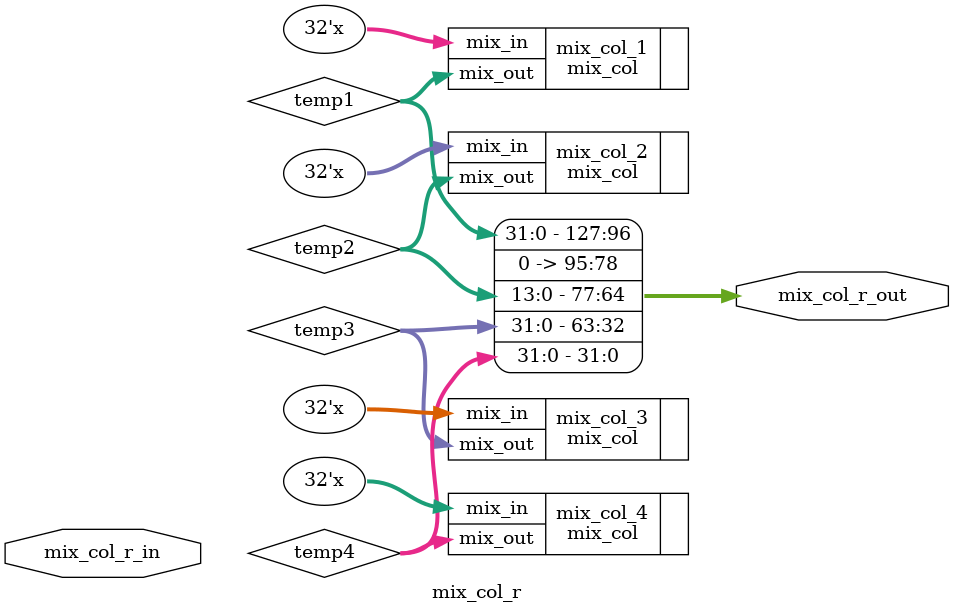
<source format=v>
`timescale 1ns / 1ps
module mix_col_r(
    input [127:0] mix_col_r_in,
	output reg [127:0] mix_col_r_out
    );
	 
	 wire [31:0]temp1;
	 wire [13:0]temp2;
	 wire [31:0]temp3;
	 wire [31:0]temp4;

mix_col mix_col_1(
	.mix_in(mix_four_in[127:96]),
	.mix_out(temp1)
	);
	
mix_col mix_col_2(
	.mix_in(mix_four_in[95:64]),
	.mix_out(temp2)
	);

mix_col mix_col_3(
	.mix_in(mix_four_in[63:32]),
	.mix_out(temp3)
	);

mix_col mix_col_4(
	.mix_in(mix_four_in[31:0]),
	.mix_out(temp4)
	);

assign mix_col_r_out[127:96] = temp1;
assign mix_col_r_out[95:64] = temp2;
assign mix_col_r_out[63:32] = temp3;
assign mix_col_r_out[31:0] = temp4;

	
/*	always@(temp1)
begin
 mix_four_out[31:24] = temp1;
end

always@(temp2)
begin
mix_four_out[23:16] = temp2;
end

always@(temp3)
begin
mix_four_out[15:8] = temp3;
end

always@(temp4)
begin
mix_four_out[7:0] = temp4;
end*/
	
endmodule

</source>
